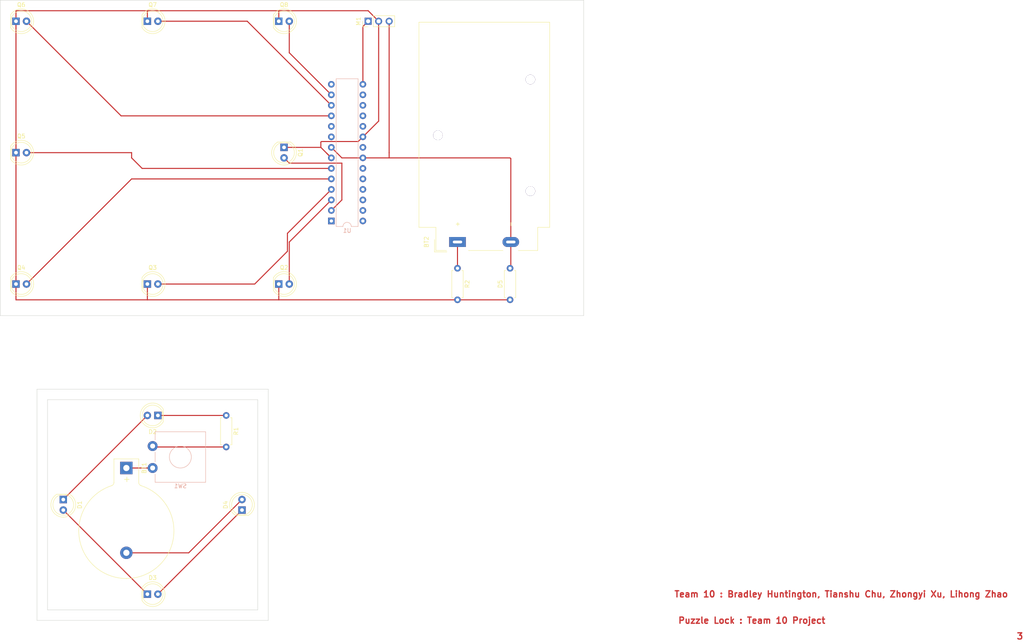
<source format=kicad_pcb>
(kicad_pcb (version 20171130) (host pcbnew "(5.1.10)-1")

  (general
    (thickness 1.6)
    (drawings 15)
    (tracks 69)
    (zones 0)
    (modules 20)
    (nets 35)
  )

  (page A4)
  (layers
    (0 F.Cu signal)
    (31 B.Cu signal)
    (32 B.Adhes user)
    (33 F.Adhes user)
    (34 B.Paste user)
    (35 F.Paste user)
    (36 B.SilkS user)
    (37 F.SilkS user)
    (38 B.Mask user)
    (39 F.Mask user)
    (40 Dwgs.User user)
    (41 Cmts.User user)
    (42 Eco1.User user)
    (43 Eco2.User user)
    (44 Edge.Cuts user)
    (45 Margin user)
    (46 B.CrtYd user)
    (47 F.CrtYd user)
    (48 B.Fab user)
    (49 F.Fab user)
  )

  (setup
    (last_trace_width 0.25)
    (trace_clearance 0.2)
    (zone_clearance 0.508)
    (zone_45_only no)
    (trace_min 0.2)
    (via_size 0.8)
    (via_drill 0.4)
    (via_min_size 0.4)
    (via_min_drill 0.3)
    (uvia_size 0.3)
    (uvia_drill 0.1)
    (uvias_allowed no)
    (uvia_min_size 0.2)
    (uvia_min_drill 0.1)
    (edge_width 0.1)
    (segment_width 0.2)
    (pcb_text_width 0.3)
    (pcb_text_size 1.5 1.5)
    (mod_edge_width 0.15)
    (mod_text_size 1 1)
    (mod_text_width 0.15)
    (pad_size 1.524 1.524)
    (pad_drill 0.762)
    (pad_to_mask_clearance 0)
    (aux_axis_origin 0 0)
    (visible_elements 7FFFFFFF)
    (pcbplotparams
      (layerselection 0x010fc_ffffffff)
      (usegerberextensions false)
      (usegerberattributes true)
      (usegerberadvancedattributes true)
      (creategerberjobfile true)
      (excludeedgelayer true)
      (linewidth 0.100000)
      (plotframeref false)
      (viasonmask false)
      (mode 1)
      (useauxorigin false)
      (hpglpennumber 1)
      (hpglpenspeed 20)
      (hpglpendiameter 15.000000)
      (psnegative false)
      (psa4output false)
      (plotreference true)
      (plotvalue true)
      (plotinvisibletext false)
      (padsonsilk false)
      (subtractmaskfromsilk false)
      (outputformat 1)
      (mirror false)
      (drillshape 1)
      (scaleselection 1)
      (outputdirectory ""))
  )

  (net 0 "")
  (net 1 "Net-(BT1-Pad1)")
  (net 2 "Net-(BT1-Pad2)")
  (net 3 "Net-(BT2-Pad2)")
  (net 4 "Net-(BT2-Pad1)")
  (net 5 "Net-(D1-Pad2)")
  (net 6 "Net-(D1-Pad1)")
  (net 7 "Net-(D2-Pad1)")
  (net 8 "Net-(D3-Pad2)")
  (net 9 "Net-(M1-Pad1)")
  (net 10 "Net-(Q1-Pad2)")
  (net 11 "Net-(Q2-Pad2)")
  (net 12 "Net-(Q3-Pad2)")
  (net 13 "Net-(Q4-Pad2)")
  (net 14 "Net-(Q5-Pad2)")
  (net 15 "Net-(Q6-Pad2)")
  (net 16 "Net-(Q7-Pad2)")
  (net 17 "Net-(Q8-Pad2)")
  (net 18 "Net-(U1-Pad28)")
  (net 19 "Net-(U1-Pad14)")
  (net 20 "Net-(U1-Pad27)")
  (net 21 "Net-(U1-Pad26)")
  (net 22 "Net-(U1-Pad25)")
  (net 23 "Net-(U1-Pad24)")
  (net 24 "Net-(U1-Pad10)")
  (net 25 "Net-(U1-Pad23)")
  (net 26 "Net-(U1-Pad9)")
  (net 27 "Net-(U1-Pad21)")
  (net 28 "Net-(U1-Pad19)")
  (net 29 "Net-(U1-Pad18)")
  (net 30 "Net-(U1-Pad17)")
  (net 31 "Net-(U1-Pad16)")
  (net 32 "Net-(U1-Pad1)")
  (net 33 "Net-(D5-Pad1)")
  (net 34 "Net-(R1-Pad2)")

  (net_class Default "This is the default net class."
    (clearance 0.2)
    (trace_width 0.25)
    (via_dia 0.8)
    (via_drill 0.4)
    (uvia_dia 0.3)
    (uvia_drill 0.1)
    (add_net "Net-(BT1-Pad1)")
    (add_net "Net-(BT1-Pad2)")
    (add_net "Net-(BT2-Pad1)")
    (add_net "Net-(BT2-Pad2)")
    (add_net "Net-(D1-Pad1)")
    (add_net "Net-(D1-Pad2)")
    (add_net "Net-(D2-Pad1)")
    (add_net "Net-(D3-Pad2)")
    (add_net "Net-(D5-Pad1)")
    (add_net "Net-(M1-Pad1)")
    (add_net "Net-(Q1-Pad2)")
    (add_net "Net-(Q2-Pad2)")
    (add_net "Net-(Q3-Pad2)")
    (add_net "Net-(Q4-Pad2)")
    (add_net "Net-(Q5-Pad2)")
    (add_net "Net-(Q6-Pad2)")
    (add_net "Net-(Q7-Pad2)")
    (add_net "Net-(Q8-Pad2)")
    (add_net "Net-(R1-Pad2)")
    (add_net "Net-(U1-Pad1)")
    (add_net "Net-(U1-Pad10)")
    (add_net "Net-(U1-Pad14)")
    (add_net "Net-(U1-Pad16)")
    (add_net "Net-(U1-Pad17)")
    (add_net "Net-(U1-Pad18)")
    (add_net "Net-(U1-Pad19)")
    (add_net "Net-(U1-Pad21)")
    (add_net "Net-(U1-Pad23)")
    (add_net "Net-(U1-Pad24)")
    (add_net "Net-(U1-Pad25)")
    (add_net "Net-(U1-Pad26)")
    (add_net "Net-(U1-Pad27)")
    (add_net "Net-(U1-Pad28)")
    (add_net "Net-(U1-Pad9)")
  )

  (module LED_THT:LED_D5.0mm (layer F.Cu) (tedit 5995936A) (tstamp 6188E8E9)
    (at 58.42 182.88)
    (descr "LED, diameter 5.0mm, 2 pins, http://cdn-reichelt.de/documents/datenblatt/A500/LL-504BC2E-009.pdf")
    (tags "LED diameter 5.0mm 2 pins")
    (path /61854C9E)
    (fp_text reference D3 (at 1.27 -3.96) (layer F.SilkS)
      (effects (font (size 1 1) (thickness 0.15)))
    )
    (fp_text value LED (at 1.27 3.96) (layer F.Fab)
      (effects (font (size 1 1) (thickness 0.15)))
    )
    (fp_circle (center 1.27 0) (end 3.77 0) (layer F.Fab) (width 0.1))
    (fp_circle (center 1.27 0) (end 3.77 0) (layer F.SilkS) (width 0.12))
    (fp_line (start -1.23 -1.469694) (end -1.23 1.469694) (layer F.Fab) (width 0.1))
    (fp_line (start -1.29 -1.545) (end -1.29 1.545) (layer F.SilkS) (width 0.12))
    (fp_line (start -1.95 -3.25) (end -1.95 3.25) (layer F.CrtYd) (width 0.05))
    (fp_line (start -1.95 3.25) (end 4.5 3.25) (layer F.CrtYd) (width 0.05))
    (fp_line (start 4.5 3.25) (end 4.5 -3.25) (layer F.CrtYd) (width 0.05))
    (fp_line (start 4.5 -3.25) (end -1.95 -3.25) (layer F.CrtYd) (width 0.05))
    (fp_text user %R (at 1.25 0) (layer F.Fab)
      (effects (font (size 0.8 0.8) (thickness 0.2)))
    )
    (fp_arc (start 1.27 0) (end -1.29 1.54483) (angle -148.9) (layer F.SilkS) (width 0.12))
    (fp_arc (start 1.27 0) (end -1.29 -1.54483) (angle 148.9) (layer F.SilkS) (width 0.12))
    (fp_arc (start 1.27 0) (end -1.23 -1.469694) (angle 299.1) (layer F.Fab) (width 0.1))
    (pad 2 thru_hole circle (at 2.54 0) (size 1.8 1.8) (drill 0.9) (layers *.Cu *.Mask)
      (net 8 "Net-(D3-Pad2)"))
    (pad 1 thru_hole rect (at 0 0) (size 1.8 1.8) (drill 0.9) (layers *.Cu *.Mask)
      (net 5 "Net-(D1-Pad2)"))
    (model ${KISYS3DMOD}/LED_THT.3dshapes/LED_D5.0mm.wrl
      (at (xyz 0 0 0))
      (scale (xyz 1 1 1))
      (rotate (xyz 0 0 0))
    )
  )

  (module Package_DIP:DIP-28_W7.62mm (layer B.Cu) (tedit 5A02E8C5) (tstamp 6188EA81)
    (at 102.87 92.71)
    (descr "28-lead though-hole mounted DIP package, row spacing 7.62 mm (300 mils)")
    (tags "THT DIP DIL PDIP 2.54mm 7.62mm 300mil")
    (path /617B7E10)
    (fp_text reference U1 (at 3.81 2.33) (layer B.SilkS)
      (effects (font (size 1 1) (thickness 0.15)) (justify mirror))
    )
    (fp_text value ATmega8L-8PU (at 3.81 -35.35) (layer B.Fab)
      (effects (font (size 1 1) (thickness 0.15)) (justify mirror))
    )
    (fp_line (start 1.635 1.27) (end 6.985 1.27) (layer B.Fab) (width 0.1))
    (fp_line (start 6.985 1.27) (end 6.985 -34.29) (layer B.Fab) (width 0.1))
    (fp_line (start 6.985 -34.29) (end 0.635 -34.29) (layer B.Fab) (width 0.1))
    (fp_line (start 0.635 -34.29) (end 0.635 0.27) (layer B.Fab) (width 0.1))
    (fp_line (start 0.635 0.27) (end 1.635 1.27) (layer B.Fab) (width 0.1))
    (fp_line (start 2.81 1.33) (end 1.16 1.33) (layer B.SilkS) (width 0.12))
    (fp_line (start 1.16 1.33) (end 1.16 -34.35) (layer B.SilkS) (width 0.12))
    (fp_line (start 1.16 -34.35) (end 6.46 -34.35) (layer B.SilkS) (width 0.12))
    (fp_line (start 6.46 -34.35) (end 6.46 1.33) (layer B.SilkS) (width 0.12))
    (fp_line (start 6.46 1.33) (end 4.81 1.33) (layer B.SilkS) (width 0.12))
    (fp_line (start -1.1 1.55) (end -1.1 -34.55) (layer B.CrtYd) (width 0.05))
    (fp_line (start -1.1 -34.55) (end 8.7 -34.55) (layer B.CrtYd) (width 0.05))
    (fp_line (start 8.7 -34.55) (end 8.7 1.55) (layer B.CrtYd) (width 0.05))
    (fp_line (start 8.7 1.55) (end -1.1 1.55) (layer B.CrtYd) (width 0.05))
    (fp_text user %R (at 3.81 -16.51) (layer B.Fab)
      (effects (font (size 1 1) (thickness 0.15)) (justify mirror))
    )
    (fp_arc (start 3.81 1.33) (end 2.81 1.33) (angle 180) (layer B.SilkS) (width 0.12))
    (pad 28 thru_hole oval (at 7.62 0) (size 1.6 1.6) (drill 0.8) (layers *.Cu *.Mask)
      (net 18 "Net-(U1-Pad28)"))
    (pad 14 thru_hole oval (at 0 -33.02) (size 1.6 1.6) (drill 0.8) (layers *.Cu *.Mask)
      (net 19 "Net-(U1-Pad14)"))
    (pad 27 thru_hole oval (at 7.62 -2.54) (size 1.6 1.6) (drill 0.8) (layers *.Cu *.Mask)
      (net 20 "Net-(U1-Pad27)"))
    (pad 13 thru_hole oval (at 0 -30.48) (size 1.6 1.6) (drill 0.8) (layers *.Cu *.Mask)
      (net 17 "Net-(Q8-Pad2)"))
    (pad 26 thru_hole oval (at 7.62 -5.08) (size 1.6 1.6) (drill 0.8) (layers *.Cu *.Mask)
      (net 21 "Net-(U1-Pad26)"))
    (pad 12 thru_hole oval (at 0 -27.94) (size 1.6 1.6) (drill 0.8) (layers *.Cu *.Mask)
      (net 16 "Net-(Q7-Pad2)"))
    (pad 25 thru_hole oval (at 7.62 -7.62) (size 1.6 1.6) (drill 0.8) (layers *.Cu *.Mask)
      (net 22 "Net-(U1-Pad25)"))
    (pad 11 thru_hole oval (at 0 -25.4) (size 1.6 1.6) (drill 0.8) (layers *.Cu *.Mask)
      (net 15 "Net-(Q6-Pad2)"))
    (pad 24 thru_hole oval (at 7.62 -10.16) (size 1.6 1.6) (drill 0.8) (layers *.Cu *.Mask)
      (net 23 "Net-(U1-Pad24)"))
    (pad 10 thru_hole oval (at 0 -22.86) (size 1.6 1.6) (drill 0.8) (layers *.Cu *.Mask)
      (net 24 "Net-(U1-Pad10)"))
    (pad 23 thru_hole oval (at 7.62 -12.7) (size 1.6 1.6) (drill 0.8) (layers *.Cu *.Mask)
      (net 25 "Net-(U1-Pad23)"))
    (pad 9 thru_hole oval (at 0 -20.32) (size 1.6 1.6) (drill 0.8) (layers *.Cu *.Mask)
      (net 26 "Net-(U1-Pad9)"))
    (pad 22 thru_hole oval (at 7.62 -15.24) (size 1.6 1.6) (drill 0.8) (layers *.Cu *.Mask)
      (net 3 "Net-(BT2-Pad2)"))
    (pad 8 thru_hole oval (at 0 -17.78) (size 1.6 1.6) (drill 0.8) (layers *.Cu *.Mask)
      (net 3 "Net-(BT2-Pad2)"))
    (pad 21 thru_hole oval (at 7.62 -17.78) (size 1.6 1.6) (drill 0.8) (layers *.Cu *.Mask)
      (net 27 "Net-(U1-Pad21)"))
    (pad 7 thru_hole oval (at 0 -15.24) (size 1.6 1.6) (drill 0.8) (layers *.Cu *.Mask)
      (net 33 "Net-(D5-Pad1)"))
    (pad 20 thru_hole oval (at 7.62 -20.32) (size 1.6 1.6) (drill 0.8) (layers *.Cu *.Mask)
      (net 33 "Net-(D5-Pad1)"))
    (pad 6 thru_hole oval (at 0 -12.7) (size 1.6 1.6) (drill 0.8) (layers *.Cu *.Mask)
      (net 14 "Net-(Q5-Pad2)"))
    (pad 19 thru_hole oval (at 7.62 -22.86) (size 1.6 1.6) (drill 0.8) (layers *.Cu *.Mask)
      (net 28 "Net-(U1-Pad19)"))
    (pad 5 thru_hole oval (at 0 -10.16) (size 1.6 1.6) (drill 0.8) (layers *.Cu *.Mask)
      (net 13 "Net-(Q4-Pad2)"))
    (pad 18 thru_hole oval (at 7.62 -25.4) (size 1.6 1.6) (drill 0.8) (layers *.Cu *.Mask)
      (net 29 "Net-(U1-Pad18)"))
    (pad 4 thru_hole oval (at 0 -7.62) (size 1.6 1.6) (drill 0.8) (layers *.Cu *.Mask)
      (net 12 "Net-(Q3-Pad2)"))
    (pad 17 thru_hole oval (at 7.62 -27.94) (size 1.6 1.6) (drill 0.8) (layers *.Cu *.Mask)
      (net 30 "Net-(U1-Pad17)"))
    (pad 3 thru_hole oval (at 0 -5.08) (size 1.6 1.6) (drill 0.8) (layers *.Cu *.Mask)
      (net 11 "Net-(Q2-Pad2)"))
    (pad 16 thru_hole oval (at 7.62 -30.48) (size 1.6 1.6) (drill 0.8) (layers *.Cu *.Mask)
      (net 31 "Net-(U1-Pad16)"))
    (pad 2 thru_hole oval (at 0 -2.54) (size 1.6 1.6) (drill 0.8) (layers *.Cu *.Mask)
      (net 10 "Net-(Q1-Pad2)"))
    (pad 15 thru_hole oval (at 7.62 -33.02) (size 1.6 1.6) (drill 0.8) (layers *.Cu *.Mask)
      (net 9 "Net-(M1-Pad1)"))
    (pad 1 thru_hole rect (at 0 0) (size 1.6 1.6) (drill 0.8) (layers *.Cu *.Mask)
      (net 32 "Net-(U1-Pad1)"))
    (model ${KISYS3DMOD}/Package_DIP.3dshapes/DIP-28_W7.62mm.wrl
      (at (xyz 0 0 0))
      (scale (xyz 1 1 1))
      (rotate (xyz 0 0 0))
    )
  )

  (module Battery:BatteryHolder_MPD_BA9VPC_1xPP3 (layer F.Cu) (tedit 5E3B46E0) (tstamp 6188E553)
    (at 133.35 97.79 90)
    (descr "1xPP3 (9V) battery holder, Memory Protection Devices P/N BA9VPC, http://www.memoryprotectiondevices.com/datasheets/BA9VPC-datasheet.pdf")
    (tags "PP3 Battery Holder BA9VPC 9V")
    (path /617B60B3)
    (fp_text reference BT2 (at 0 -7.5 90) (layer F.SilkS)
      (effects (font (size 1 1) (thickness 0.15)))
    )
    (fp_text value 9 (at 25.75 23.6 90) (layer F.Fab)
      (effects (font (size 1 1) (thickness 0.15)))
    )
    (fp_line (start 53.49 22.67) (end 53.49 -9.7) (layer F.CrtYd) (width 0.05))
    (fp_line (start -2.45 -9.7) (end -2.45 22.67) (layer F.CrtYd) (width 0.05))
    (fp_line (start -2.45 22.67) (end 53.49 22.67) (layer F.CrtYd) (width 0.05))
    (fp_line (start -2.45 -9.7) (end 53.49 -9.7) (layer F.CrtYd) (width 0.05))
    (fp_line (start 3.65 22.17) (end 3.65 19.27) (layer F.Fab) (width 0.1))
    (fp_line (start 3.65 19.27) (end -1.95 19.27) (layer F.Fab) (width 0.1))
    (fp_line (start 3.65 -5.1) (end 3.65 -9.2) (layer F.Fab) (width 0.1))
    (fp_line (start 3.65 -5.1) (end -1.95 -5.1) (layer F.Fab) (width 0.1))
    (fp_line (start 3.65 -9.2) (end 52.99 -9.2) (layer F.Fab) (width 0.1))
    (fp_line (start 3.65 22.17) (end 52.99 22.17) (layer F.Fab) (width 0.1))
    (fp_line (start 52.99 22.17) (end 52.99 -9.2) (layer F.Fab) (width 0.1))
    (fp_line (start -1.95 19.27) (end -1.95 -5.1) (layer F.Fab) (width 0.1))
    (fp_line (start 53.1 22.28) (end 53.1 -9.31) (layer F.SilkS) (width 0.12))
    (fp_line (start 53.1 22.28) (end 3.54 22.28) (layer F.SilkS) (width 0.12))
    (fp_line (start 3.54 22.28) (end 3.54 19.38) (layer F.SilkS) (width 0.12))
    (fp_line (start 3.54 19.38) (end -2.06 19.38) (layer F.SilkS) (width 0.12))
    (fp_line (start 53.1 -9.31) (end 3.54 -9.31) (layer F.SilkS) (width 0.12))
    (fp_line (start 3.54 -9.31) (end 3.54 -5.21) (layer F.SilkS) (width 0.12))
    (fp_line (start 3.54 -5.21) (end -2.06 -5.21) (layer F.SilkS) (width 0.12))
    (fp_line (start -2.06 -5.21) (end -2.06 -2.65) (layer F.SilkS) (width 0.12))
    (fp_line (start -2.06 2.65) (end -2.06 11) (layer F.SilkS) (width 0.12))
    (fp_line (start -2.06 19.38) (end -2.06 14.7) (layer F.SilkS) (width 0.12))
    (fp_line (start -2.4 -5.55) (end -2.4 -2.55) (layer F.SilkS) (width 0.12))
    (fp_line (start -2.4 -5.55) (end 0.6 -5.55) (layer F.SilkS) (width 0.12))
    (fp_line (start -1.5 0) (end -1.95 -0.45) (layer F.Fab) (width 0.1))
    (fp_line (start -1.95 0.45) (end -1.5 0) (layer F.Fab) (width 0.1))
    (fp_text user + (at 3.6 0 90) (layer F.SilkS)
      (effects (font (size 1 1) (thickness 0.15)) (justify left))
    )
    (fp_text user - (at 3.6 12.88 90) (layer F.SilkS)
      (effects (font (size 1 1) (thickness 0.15)) (justify left))
    )
    (fp_text user %R (at 25.75 6.5 90) (layer F.Fab)
      (effects (font (size 1 1) (thickness 0.15)))
    )
    (pad "" np_thru_hole circle (at 39.26 17.62 90) (size 2.3 2.3) (drill 2.29) (layers *.Cu *.Mask))
    (pad "" np_thru_hole circle (at 12.29 17.62 90) (size 2.3 2.3) (drill 2.29) (layers *.Cu *.Mask))
    (pad "" np_thru_hole circle (at 25.78 -4.73 90) (size 2.3 2.3) (drill 2.29) (layers *.Cu *.Mask))
    (pad 2 thru_hole oval (at 0 12.88 90) (size 2.41 4.02) (drill oval 0.66 2.27) (layers *.Cu *.Mask)
      (net 3 "Net-(BT2-Pad2)"))
    (pad 1 thru_hole rect (at 0 0 90) (size 2.41 4.02) (drill oval 0.66 2.27) (layers *.Cu *.Mask)
      (net 4 "Net-(BT2-Pad1)"))
    (model ${KISYS3DMOD}/Battery.3dshapes/BatteryHolder_MPD_BA9VPC_1xPP3.wrl
      (at (xyz 0 0 0))
      (scale (xyz 1 1 1))
      (rotate (xyz 0 0 0))
    )
  )

  (module Resistor_THT:R_Axial_DIN0207_L6.3mm_D2.5mm_P7.62mm_Horizontal (layer F.Cu) (tedit 5AE5139B) (tstamp 618AFAD7)
    (at 133.35 104.14 270)
    (descr "Resistor, Axial_DIN0207 series, Axial, Horizontal, pin pitch=7.62mm, 0.25W = 1/4W, length*diameter=6.3*2.5mm^2, http://cdn-reichelt.de/documents/datenblatt/B400/1_4W%23YAG.pdf")
    (tags "Resistor Axial_DIN0207 series Axial Horizontal pin pitch 7.62mm 0.25W = 1/4W length 6.3mm diameter 2.5mm")
    (path /618C6BD1)
    (fp_text reference R2 (at 3.81 -2.37 90) (layer F.SilkS)
      (effects (font (size 1 1) (thickness 0.15)))
    )
    (fp_text value 1K (at 3.81 2.37 90) (layer F.Fab)
      (effects (font (size 1 1) (thickness 0.15)))
    )
    (fp_text user %R (at 3.81 0 90) (layer F.Fab)
      (effects (font (size 1 1) (thickness 0.15)))
    )
    (fp_line (start 0.66 -1.25) (end 0.66 1.25) (layer F.Fab) (width 0.1))
    (fp_line (start 0.66 1.25) (end 6.96 1.25) (layer F.Fab) (width 0.1))
    (fp_line (start 6.96 1.25) (end 6.96 -1.25) (layer F.Fab) (width 0.1))
    (fp_line (start 6.96 -1.25) (end 0.66 -1.25) (layer F.Fab) (width 0.1))
    (fp_line (start 0 0) (end 0.66 0) (layer F.Fab) (width 0.1))
    (fp_line (start 7.62 0) (end 6.96 0) (layer F.Fab) (width 0.1))
    (fp_line (start 0.54 -1.04) (end 0.54 -1.37) (layer F.SilkS) (width 0.12))
    (fp_line (start 0.54 -1.37) (end 7.08 -1.37) (layer F.SilkS) (width 0.12))
    (fp_line (start 7.08 -1.37) (end 7.08 -1.04) (layer F.SilkS) (width 0.12))
    (fp_line (start 0.54 1.04) (end 0.54 1.37) (layer F.SilkS) (width 0.12))
    (fp_line (start 0.54 1.37) (end 7.08 1.37) (layer F.SilkS) (width 0.12))
    (fp_line (start 7.08 1.37) (end 7.08 1.04) (layer F.SilkS) (width 0.12))
    (fp_line (start -1.05 -1.5) (end -1.05 1.5) (layer F.CrtYd) (width 0.05))
    (fp_line (start -1.05 1.5) (end 8.67 1.5) (layer F.CrtYd) (width 0.05))
    (fp_line (start 8.67 1.5) (end 8.67 -1.5) (layer F.CrtYd) (width 0.05))
    (fp_line (start 8.67 -1.5) (end -1.05 -1.5) (layer F.CrtYd) (width 0.05))
    (pad 2 thru_hole oval (at 7.62 0 270) (size 1.6 1.6) (drill 0.8) (layers *.Cu *.Mask)
      (net 33 "Net-(D5-Pad1)"))
    (pad 1 thru_hole circle (at 0 0 270) (size 1.6 1.6) (drill 0.8) (layers *.Cu *.Mask)
      (net 4 "Net-(BT2-Pad1)"))
    (model ${KISYS3DMOD}/Resistor_THT.3dshapes/R_Axial_DIN0207_L6.3mm_D2.5mm_P7.62mm_Horizontal.wrl
      (at (xyz 0 0 0))
      (scale (xyz 1 1 1))
      (rotate (xyz 0 0 0))
    )
  )

  (module Resistor_THT:R_Axial_DIN0207_L6.3mm_D2.5mm_P7.62mm_Horizontal (layer F.Cu) (tedit 5AE5139B) (tstamp 618AF96E)
    (at 146.05 111.76 90)
    (descr "Resistor, Axial_DIN0207 series, Axial, Horizontal, pin pitch=7.62mm, 0.25W = 1/4W, length*diameter=6.3*2.5mm^2, http://cdn-reichelt.de/documents/datenblatt/B400/1_4W%23YAG.pdf")
    (tags "Resistor Axial_DIN0207 series Axial Horizontal pin pitch 7.62mm 0.25W = 1/4W length 6.3mm diameter 2.5mm")
    (path /618C8083)
    (fp_text reference D5 (at 3.81 -2.37 90) (layer F.SilkS)
      (effects (font (size 1 1) (thickness 0.15)))
    )
    (fp_text value 5.1V (at 3.81 2.37 90) (layer F.Fab)
      (effects (font (size 1 1) (thickness 0.15)))
    )
    (fp_text user %R (at 3.81 0 90) (layer F.Fab)
      (effects (font (size 1 1) (thickness 0.15)))
    )
    (fp_line (start 0.66 -1.25) (end 0.66 1.25) (layer F.Fab) (width 0.1))
    (fp_line (start 0.66 1.25) (end 6.96 1.25) (layer F.Fab) (width 0.1))
    (fp_line (start 6.96 1.25) (end 6.96 -1.25) (layer F.Fab) (width 0.1))
    (fp_line (start 6.96 -1.25) (end 0.66 -1.25) (layer F.Fab) (width 0.1))
    (fp_line (start 0 0) (end 0.66 0) (layer F.Fab) (width 0.1))
    (fp_line (start 7.62 0) (end 6.96 0) (layer F.Fab) (width 0.1))
    (fp_line (start 0.54 -1.04) (end 0.54 -1.37) (layer F.SilkS) (width 0.12))
    (fp_line (start 0.54 -1.37) (end 7.08 -1.37) (layer F.SilkS) (width 0.12))
    (fp_line (start 7.08 -1.37) (end 7.08 -1.04) (layer F.SilkS) (width 0.12))
    (fp_line (start 0.54 1.04) (end 0.54 1.37) (layer F.SilkS) (width 0.12))
    (fp_line (start 0.54 1.37) (end 7.08 1.37) (layer F.SilkS) (width 0.12))
    (fp_line (start 7.08 1.37) (end 7.08 1.04) (layer F.SilkS) (width 0.12))
    (fp_line (start -1.05 -1.5) (end -1.05 1.5) (layer F.CrtYd) (width 0.05))
    (fp_line (start -1.05 1.5) (end 8.67 1.5) (layer F.CrtYd) (width 0.05))
    (fp_line (start 8.67 1.5) (end 8.67 -1.5) (layer F.CrtYd) (width 0.05))
    (fp_line (start 8.67 -1.5) (end -1.05 -1.5) (layer F.CrtYd) (width 0.05))
    (pad 2 thru_hole oval (at 7.62 0 90) (size 1.6 1.6) (drill 0.8) (layers *.Cu *.Mask)
      (net 3 "Net-(BT2-Pad2)"))
    (pad 1 thru_hole circle (at 0 0 90) (size 1.6 1.6) (drill 0.8) (layers *.Cu *.Mask)
      (net 33 "Net-(D5-Pad1)"))
    (model ${KISYS3DMOD}/Resistor_THT.3dshapes/R_Axial_DIN0207_L6.3mm_D2.5mm_P7.62mm_Horizontal.wrl
      (at (xyz 0 0 0))
      (scale (xyz 1 1 1))
      (rotate (xyz 0 0 0))
    )
  )

  (module Resistor_THT:R_Axial_DIN0207_L6.3mm_D2.5mm_P7.62mm_Horizontal (layer F.Cu) (tedit 5AE5139B) (tstamp 6188EA3B)
    (at 77.47 139.7 270)
    (descr "Resistor, Axial_DIN0207 series, Axial, Horizontal, pin pitch=7.62mm, 0.25W = 1/4W, length*diameter=6.3*2.5mm^2, http://cdn-reichelt.de/documents/datenblatt/B400/1_4W%23YAG.pdf")
    (tags "Resistor Axial_DIN0207 series Axial Horizontal pin pitch 7.62mm 0.25W = 1/4W length 6.3mm diameter 2.5mm")
    (path /6179F82A)
    (fp_text reference R1 (at 3.81 -2.37 90) (layer F.SilkS)
      (effects (font (size 1 1) (thickness 0.15)))
    )
    (fp_text value 100 (at 3.81 2.37 90) (layer F.Fab)
      (effects (font (size 1 1) (thickness 0.15)))
    )
    (fp_line (start 8.67 -1.5) (end -1.05 -1.5) (layer F.CrtYd) (width 0.05))
    (fp_line (start 8.67 1.5) (end 8.67 -1.5) (layer F.CrtYd) (width 0.05))
    (fp_line (start -1.05 1.5) (end 8.67 1.5) (layer F.CrtYd) (width 0.05))
    (fp_line (start -1.05 -1.5) (end -1.05 1.5) (layer F.CrtYd) (width 0.05))
    (fp_line (start 7.08 1.37) (end 7.08 1.04) (layer F.SilkS) (width 0.12))
    (fp_line (start 0.54 1.37) (end 7.08 1.37) (layer F.SilkS) (width 0.12))
    (fp_line (start 0.54 1.04) (end 0.54 1.37) (layer F.SilkS) (width 0.12))
    (fp_line (start 7.08 -1.37) (end 7.08 -1.04) (layer F.SilkS) (width 0.12))
    (fp_line (start 0.54 -1.37) (end 7.08 -1.37) (layer F.SilkS) (width 0.12))
    (fp_line (start 0.54 -1.04) (end 0.54 -1.37) (layer F.SilkS) (width 0.12))
    (fp_line (start 7.62 0) (end 6.96 0) (layer F.Fab) (width 0.1))
    (fp_line (start 0 0) (end 0.66 0) (layer F.Fab) (width 0.1))
    (fp_line (start 6.96 -1.25) (end 0.66 -1.25) (layer F.Fab) (width 0.1))
    (fp_line (start 6.96 1.25) (end 6.96 -1.25) (layer F.Fab) (width 0.1))
    (fp_line (start 0.66 1.25) (end 6.96 1.25) (layer F.Fab) (width 0.1))
    (fp_line (start 0.66 -1.25) (end 0.66 1.25) (layer F.Fab) (width 0.1))
    (fp_text user %R (at 3.81 0 90) (layer F.Fab)
      (effects (font (size 1 1) (thickness 0.15)))
    )
    (pad 2 thru_hole oval (at 7.62 0 270) (size 1.6 1.6) (drill 0.8) (layers *.Cu *.Mask)
      (net 34 "Net-(R1-Pad2)"))
    (pad 1 thru_hole circle (at 0 0 270) (size 1.6 1.6) (drill 0.8) (layers *.Cu *.Mask)
      (net 7 "Net-(D2-Pad1)"))
    (model ${KISYS3DMOD}/Resistor_THT.3dshapes/R_Axial_DIN0207_L6.3mm_D2.5mm_P7.62mm_Horizontal.wrl
      (at (xyz 0 0 0))
      (scale (xyz 1 1 1))
      (rotate (xyz 0 0 0))
    )
  )

  (module Button_Switch_THT:SW_CW_GPTS203211B (layer B.Cu) (tedit 5AC7C0C9) (tstamp 618AFE9F)
    (at 59.69 152.4)
    (descr "SPST Off-On Pushbutton, 1A, 30V, CW Industries P/N GPTS203211B, http://switches-connectors-custom.cwind.com/Asset/GPTS203211BR2.pdf")
    (tags "SPST button switch Off-On")
    (path /617A53FB)
    (fp_text reference SW1 (at 6.7 4.35) (layer B.SilkS)
      (effects (font (size 1 1) (thickness 0.15)) (justify mirror))
    )
    (fp_text value _ (at 6.7 -9.65) (layer B.Fab)
      (effects (font (size 1 1) (thickness 0.15)) (justify mirror))
    )
    (fp_circle (center 6.7 -2.65) (end 9.35 -2.65) (layer B.SilkS) (width 0.12))
    (fp_line (start 0.7 3.35) (end 0.7 -8.65) (layer B.Fab) (width 0.1))
    (fp_line (start 0.7 -8.65) (end 12.7 -8.65) (layer B.Fab) (width 0.1))
    (fp_line (start 12.7 -8.65) (end 12.7 3.35) (layer B.Fab) (width 0.1))
    (fp_line (start 12.7 3.35) (end 0.7 3.35) (layer B.Fab) (width 0.1))
    (fp_line (start 0.6 1.46) (end 0.6 3.45) (layer B.SilkS) (width 0.12))
    (fp_line (start 0.6 3.45) (end 12.8 3.45) (layer B.SilkS) (width 0.12))
    (fp_line (start 12.8 3.45) (end 12.8 -8.75) (layer B.SilkS) (width 0.12))
    (fp_line (start 12.8 -8.75) (end 0.6 -8.75) (layer B.SilkS) (width 0.12))
    (fp_line (start 0.6 -8.75) (end 0.6 -6.76) (layer B.SilkS) (width 0.12))
    (fp_line (start 0.6 -1.46) (end 0.6 -3.84) (layer B.SilkS) (width 0.12))
    (fp_line (start -1.45 3.6) (end -1.45 -8.9) (layer B.CrtYd) (width 0.05))
    (fp_line (start -1.45 -8.9) (end 12.95 -8.9) (layer B.CrtYd) (width 0.05))
    (fp_line (start 12.95 -8.9) (end 12.95 3.6) (layer B.CrtYd) (width 0.05))
    (fp_line (start 12.95 3.6) (end -1.45 3.6) (layer B.CrtYd) (width 0.05))
    (fp_text user %R (at 6.7 -2.65) (layer B.Fab)
      (effects (font (size 1 1) (thickness 0.15)) (justify mirror))
    )
    (pad 2 thru_hole circle (at 0 -5.3) (size 2.4 2.4) (drill 1.2) (layers *.Cu *.Mask)
      (net 34 "Net-(R1-Pad2)"))
    (pad 1 thru_hole circle (at 0 0) (size 2.4 2.4) (drill 1.2) (layers *.Cu *.Mask)
      (net 1 "Net-(BT1-Pad1)"))
    (model ${KISYS3DMOD}/Button_Switch_THT.3dshapes/SW_CW_GPTS203211B.wrl
      (at (xyz 0 0 0))
      (scale (xyz 1 1 1))
      (rotate (xyz 0 0 0))
    )
  )

  (module LED_THT:LED_D5.0mm (layer F.Cu) (tedit 5995936A) (tstamp 6188E9A2)
    (at 90.17 44.45)
    (descr "LED, diameter 5.0mm, 2 pins, http://cdn-reichelt.de/documents/datenblatt/A500/LL-504BC2E-009.pdf")
    (tags "LED diameter 5.0mm 2 pins")
    (path /617B45AC)
    (fp_text reference Q8 (at 1.27 -3.96) (layer F.SilkS)
      (effects (font (size 1 1) (thickness 0.15)))
    )
    (fp_text value Q_Photo_NPN (at 1.27 3.96) (layer F.Fab)
      (effects (font (size 1 1) (thickness 0.15)))
    )
    (fp_circle (center 1.27 0) (end 3.77 0) (layer F.Fab) (width 0.1))
    (fp_circle (center 1.27 0) (end 3.77 0) (layer F.SilkS) (width 0.12))
    (fp_line (start -1.23 -1.469694) (end -1.23 1.469694) (layer F.Fab) (width 0.1))
    (fp_line (start -1.29 -1.545) (end -1.29 1.545) (layer F.SilkS) (width 0.12))
    (fp_line (start -1.95 -3.25) (end -1.95 3.25) (layer F.CrtYd) (width 0.05))
    (fp_line (start -1.95 3.25) (end 4.5 3.25) (layer F.CrtYd) (width 0.05))
    (fp_line (start 4.5 3.25) (end 4.5 -3.25) (layer F.CrtYd) (width 0.05))
    (fp_line (start 4.5 -3.25) (end -1.95 -3.25) (layer F.CrtYd) (width 0.05))
    (fp_text user %R (at 1.25 0) (layer F.Fab)
      (effects (font (size 0.8 0.8) (thickness 0.2)))
    )
    (fp_arc (start 1.27 0) (end -1.29 1.54483) (angle -148.9) (layer F.SilkS) (width 0.12))
    (fp_arc (start 1.27 0) (end -1.29 -1.54483) (angle 148.9) (layer F.SilkS) (width 0.12))
    (fp_arc (start 1.27 0) (end -1.23 -1.469694) (angle 299.1) (layer F.Fab) (width 0.1))
    (pad 2 thru_hole circle (at 2.54 0) (size 1.8 1.8) (drill 0.9) (layers *.Cu *.Mask)
      (net 17 "Net-(Q8-Pad2)"))
    (pad 1 thru_hole rect (at 0 0) (size 1.8 1.8) (drill 0.9) (layers *.Cu *.Mask)
      (net 33 "Net-(D5-Pad1)"))
    (model ${KISYS3DMOD}/LED_THT.3dshapes/LED_D5.0mm.wrl
      (at (xyz 0 0 0))
      (scale (xyz 1 1 1))
      (rotate (xyz 0 0 0))
    )
  )

  (module LED_THT:LED_D5.0mm (layer F.Cu) (tedit 5995936A) (tstamp 6188E990)
    (at 58.42 44.45)
    (descr "LED, diameter 5.0mm, 2 pins, http://cdn-reichelt.de/documents/datenblatt/A500/LL-504BC2E-009.pdf")
    (tags "LED diameter 5.0mm 2 pins")
    (path /617AF508)
    (fp_text reference Q7 (at 1.27 -3.96) (layer F.SilkS)
      (effects (font (size 1 1) (thickness 0.15)))
    )
    (fp_text value Q_Photo_NPN (at 1.27 3.96) (layer F.Fab)
      (effects (font (size 1 1) (thickness 0.15)))
    )
    (fp_circle (center 1.27 0) (end 3.77 0) (layer F.Fab) (width 0.1))
    (fp_circle (center 1.27 0) (end 3.77 0) (layer F.SilkS) (width 0.12))
    (fp_line (start -1.23 -1.469694) (end -1.23 1.469694) (layer F.Fab) (width 0.1))
    (fp_line (start -1.29 -1.545) (end -1.29 1.545) (layer F.SilkS) (width 0.12))
    (fp_line (start -1.95 -3.25) (end -1.95 3.25) (layer F.CrtYd) (width 0.05))
    (fp_line (start -1.95 3.25) (end 4.5 3.25) (layer F.CrtYd) (width 0.05))
    (fp_line (start 4.5 3.25) (end 4.5 -3.25) (layer F.CrtYd) (width 0.05))
    (fp_line (start 4.5 -3.25) (end -1.95 -3.25) (layer F.CrtYd) (width 0.05))
    (fp_text user %R (at 1.25 0) (layer F.Fab)
      (effects (font (size 0.8 0.8) (thickness 0.2)))
    )
    (fp_arc (start 1.27 0) (end -1.29 1.54483) (angle -148.9) (layer F.SilkS) (width 0.12))
    (fp_arc (start 1.27 0) (end -1.29 -1.54483) (angle 148.9) (layer F.SilkS) (width 0.12))
    (fp_arc (start 1.27 0) (end -1.23 -1.469694) (angle 299.1) (layer F.Fab) (width 0.1))
    (pad 2 thru_hole circle (at 2.54 0) (size 1.8 1.8) (drill 0.9) (layers *.Cu *.Mask)
      (net 16 "Net-(Q7-Pad2)"))
    (pad 1 thru_hole rect (at 0 0) (size 1.8 1.8) (drill 0.9) (layers *.Cu *.Mask)
      (net 33 "Net-(D5-Pad1)"))
    (model ${KISYS3DMOD}/LED_THT.3dshapes/LED_D5.0mm.wrl
      (at (xyz 0 0 0))
      (scale (xyz 1 1 1))
      (rotate (xyz 0 0 0))
    )
  )

  (module LED_THT:LED_D5.0mm (layer F.Cu) (tedit 5995936A) (tstamp 6188E97E)
    (at 26.67 44.45)
    (descr "LED, diameter 5.0mm, 2 pins, http://cdn-reichelt.de/documents/datenblatt/A500/LL-504BC2E-009.pdf")
    (tags "LED diameter 5.0mm 2 pins")
    (path /617B2834)
    (fp_text reference Q6 (at 1.27 -3.96) (layer F.SilkS)
      (effects (font (size 1 1) (thickness 0.15)))
    )
    (fp_text value Q_Photo_NPN (at 1.27 3.96) (layer F.Fab)
      (effects (font (size 1 1) (thickness 0.15)))
    )
    (fp_circle (center 1.27 0) (end 3.77 0) (layer F.Fab) (width 0.1))
    (fp_circle (center 1.27 0) (end 3.77 0) (layer F.SilkS) (width 0.12))
    (fp_line (start -1.23 -1.469694) (end -1.23 1.469694) (layer F.Fab) (width 0.1))
    (fp_line (start -1.29 -1.545) (end -1.29 1.545) (layer F.SilkS) (width 0.12))
    (fp_line (start -1.95 -3.25) (end -1.95 3.25) (layer F.CrtYd) (width 0.05))
    (fp_line (start -1.95 3.25) (end 4.5 3.25) (layer F.CrtYd) (width 0.05))
    (fp_line (start 4.5 3.25) (end 4.5 -3.25) (layer F.CrtYd) (width 0.05))
    (fp_line (start 4.5 -3.25) (end -1.95 -3.25) (layer F.CrtYd) (width 0.05))
    (fp_text user %R (at 1.25 0) (layer F.Fab)
      (effects (font (size 0.8 0.8) (thickness 0.2)))
    )
    (fp_arc (start 1.27 0) (end -1.29 1.54483) (angle -148.9) (layer F.SilkS) (width 0.12))
    (fp_arc (start 1.27 0) (end -1.29 -1.54483) (angle 148.9) (layer F.SilkS) (width 0.12))
    (fp_arc (start 1.27 0) (end -1.23 -1.469694) (angle 299.1) (layer F.Fab) (width 0.1))
    (pad 2 thru_hole circle (at 2.54 0) (size 1.8 1.8) (drill 0.9) (layers *.Cu *.Mask)
      (net 15 "Net-(Q6-Pad2)"))
    (pad 1 thru_hole rect (at 0 0) (size 1.8 1.8) (drill 0.9) (layers *.Cu *.Mask)
      (net 33 "Net-(D5-Pad1)"))
    (model ${KISYS3DMOD}/LED_THT.3dshapes/LED_D5.0mm.wrl
      (at (xyz 0 0 0))
      (scale (xyz 1 1 1))
      (rotate (xyz 0 0 0))
    )
  )

  (module LED_THT:LED_D5.0mm (layer F.Cu) (tedit 5995936A) (tstamp 6188E96C)
    (at 26.67 76.2)
    (descr "LED, diameter 5.0mm, 2 pins, http://cdn-reichelt.de/documents/datenblatt/A500/LL-504BC2E-009.pdf")
    (tags "LED diameter 5.0mm 2 pins")
    (path /618C99FD)
    (fp_text reference Q5 (at 1.27 -3.96) (layer F.SilkS)
      (effects (font (size 1 1) (thickness 0.15)))
    )
    (fp_text value Q_Photo_NPN (at 1.27 3.96) (layer F.Fab)
      (effects (font (size 1 1) (thickness 0.15)))
    )
    (fp_circle (center 1.27 0) (end 3.77 0) (layer F.Fab) (width 0.1))
    (fp_circle (center 1.27 0) (end 3.77 0) (layer F.SilkS) (width 0.12))
    (fp_line (start -1.23 -1.469694) (end -1.23 1.469694) (layer F.Fab) (width 0.1))
    (fp_line (start -1.29 -1.545) (end -1.29 1.545) (layer F.SilkS) (width 0.12))
    (fp_line (start -1.95 -3.25) (end -1.95 3.25) (layer F.CrtYd) (width 0.05))
    (fp_line (start -1.95 3.25) (end 4.5 3.25) (layer F.CrtYd) (width 0.05))
    (fp_line (start 4.5 3.25) (end 4.5 -3.25) (layer F.CrtYd) (width 0.05))
    (fp_line (start 4.5 -3.25) (end -1.95 -3.25) (layer F.CrtYd) (width 0.05))
    (fp_text user %R (at 1.25 0) (layer F.Fab)
      (effects (font (size 0.8 0.8) (thickness 0.2)))
    )
    (fp_arc (start 1.27 0) (end -1.29 1.54483) (angle -148.9) (layer F.SilkS) (width 0.12))
    (fp_arc (start 1.27 0) (end -1.29 -1.54483) (angle 148.9) (layer F.SilkS) (width 0.12))
    (fp_arc (start 1.27 0) (end -1.23 -1.469694) (angle 299.1) (layer F.Fab) (width 0.1))
    (pad 2 thru_hole circle (at 2.54 0) (size 1.8 1.8) (drill 0.9) (layers *.Cu *.Mask)
      (net 14 "Net-(Q5-Pad2)"))
    (pad 1 thru_hole rect (at 0 0) (size 1.8 1.8) (drill 0.9) (layers *.Cu *.Mask)
      (net 33 "Net-(D5-Pad1)"))
    (model ${KISYS3DMOD}/LED_THT.3dshapes/LED_D5.0mm.wrl
      (at (xyz 0 0 0))
      (scale (xyz 1 1 1))
      (rotate (xyz 0 0 0))
    )
  )

  (module LED_THT:LED_D5.0mm (layer F.Cu) (tedit 5995936A) (tstamp 6188E95A)
    (at 26.67 107.95)
    (descr "LED, diameter 5.0mm, 2 pins, http://cdn-reichelt.de/documents/datenblatt/A500/LL-504BC2E-009.pdf")
    (tags "LED diameter 5.0mm 2 pins")
    (path /618CFEC6)
    (fp_text reference Q4 (at 1.27 -3.96) (layer F.SilkS)
      (effects (font (size 1 1) (thickness 0.15)))
    )
    (fp_text value Q_Photo_NPN (at 1.27 3.96) (layer F.Fab)
      (effects (font (size 1 1) (thickness 0.15)))
    )
    (fp_circle (center 1.27 0) (end 3.77 0) (layer F.Fab) (width 0.1))
    (fp_circle (center 1.27 0) (end 3.77 0) (layer F.SilkS) (width 0.12))
    (fp_line (start -1.23 -1.469694) (end -1.23 1.469694) (layer F.Fab) (width 0.1))
    (fp_line (start -1.29 -1.545) (end -1.29 1.545) (layer F.SilkS) (width 0.12))
    (fp_line (start -1.95 -3.25) (end -1.95 3.25) (layer F.CrtYd) (width 0.05))
    (fp_line (start -1.95 3.25) (end 4.5 3.25) (layer F.CrtYd) (width 0.05))
    (fp_line (start 4.5 3.25) (end 4.5 -3.25) (layer F.CrtYd) (width 0.05))
    (fp_line (start 4.5 -3.25) (end -1.95 -3.25) (layer F.CrtYd) (width 0.05))
    (fp_text user %R (at 1.25 0) (layer F.Fab)
      (effects (font (size 0.8 0.8) (thickness 0.2)))
    )
    (fp_arc (start 1.27 0) (end -1.29 1.54483) (angle -148.9) (layer F.SilkS) (width 0.12))
    (fp_arc (start 1.27 0) (end -1.29 -1.54483) (angle 148.9) (layer F.SilkS) (width 0.12))
    (fp_arc (start 1.27 0) (end -1.23 -1.469694) (angle 299.1) (layer F.Fab) (width 0.1))
    (pad 2 thru_hole circle (at 2.54 0) (size 1.8 1.8) (drill 0.9) (layers *.Cu *.Mask)
      (net 13 "Net-(Q4-Pad2)"))
    (pad 1 thru_hole rect (at 0 0) (size 1.8 1.8) (drill 0.9) (layers *.Cu *.Mask)
      (net 33 "Net-(D5-Pad1)"))
    (model ${KISYS3DMOD}/LED_THT.3dshapes/LED_D5.0mm.wrl
      (at (xyz 0 0 0))
      (scale (xyz 1 1 1))
      (rotate (xyz 0 0 0))
    )
  )

  (module LED_THT:LED_D5.0mm (layer F.Cu) (tedit 5995936A) (tstamp 6188E948)
    (at 58.42 107.95)
    (descr "LED, diameter 5.0mm, 2 pins, http://cdn-reichelt.de/documents/datenblatt/A500/LL-504BC2E-009.pdf")
    (tags "LED diameter 5.0mm 2 pins")
    (path /618CFEC0)
    (fp_text reference Q3 (at 1.27 -3.96) (layer F.SilkS)
      (effects (font (size 1 1) (thickness 0.15)))
    )
    (fp_text value Q_Photo_NPN (at 1.27 3.96) (layer F.Fab)
      (effects (font (size 1 1) (thickness 0.15)))
    )
    (fp_circle (center 1.27 0) (end 3.77 0) (layer F.Fab) (width 0.1))
    (fp_circle (center 1.27 0) (end 3.77 0) (layer F.SilkS) (width 0.12))
    (fp_line (start -1.23 -1.469694) (end -1.23 1.469694) (layer F.Fab) (width 0.1))
    (fp_line (start -1.29 -1.545) (end -1.29 1.545) (layer F.SilkS) (width 0.12))
    (fp_line (start -1.95 -3.25) (end -1.95 3.25) (layer F.CrtYd) (width 0.05))
    (fp_line (start -1.95 3.25) (end 4.5 3.25) (layer F.CrtYd) (width 0.05))
    (fp_line (start 4.5 3.25) (end 4.5 -3.25) (layer F.CrtYd) (width 0.05))
    (fp_line (start 4.5 -3.25) (end -1.95 -3.25) (layer F.CrtYd) (width 0.05))
    (fp_text user %R (at 1.25 0) (layer F.Fab)
      (effects (font (size 0.8 0.8) (thickness 0.2)))
    )
    (fp_arc (start 1.27 0) (end -1.29 1.54483) (angle -148.9) (layer F.SilkS) (width 0.12))
    (fp_arc (start 1.27 0) (end -1.29 -1.54483) (angle 148.9) (layer F.SilkS) (width 0.12))
    (fp_arc (start 1.27 0) (end -1.23 -1.469694) (angle 299.1) (layer F.Fab) (width 0.1))
    (pad 2 thru_hole circle (at 2.54 0) (size 1.8 1.8) (drill 0.9) (layers *.Cu *.Mask)
      (net 12 "Net-(Q3-Pad2)"))
    (pad 1 thru_hole rect (at 0 0) (size 1.8 1.8) (drill 0.9) (layers *.Cu *.Mask)
      (net 33 "Net-(D5-Pad1)"))
    (model ${KISYS3DMOD}/LED_THT.3dshapes/LED_D5.0mm.wrl
      (at (xyz 0 0 0))
      (scale (xyz 1 1 1))
      (rotate (xyz 0 0 0))
    )
  )

  (module LED_THT:LED_D5.0mm (layer F.Cu) (tedit 5995936A) (tstamp 6188E936)
    (at 90.17 107.95)
    (descr "LED, diameter 5.0mm, 2 pins, http://cdn-reichelt.de/documents/datenblatt/A500/LL-504BC2E-009.pdf")
    (tags "LED diameter 5.0mm 2 pins")
    (path /618CFEBA)
    (fp_text reference Q2 (at 1.27 -3.96) (layer F.SilkS)
      (effects (font (size 1 1) (thickness 0.15)))
    )
    (fp_text value Q_Photo_NPN (at 1.27 3.96) (layer F.Fab)
      (effects (font (size 1 1) (thickness 0.15)))
    )
    (fp_circle (center 1.27 0) (end 3.77 0) (layer F.Fab) (width 0.1))
    (fp_circle (center 1.27 0) (end 3.77 0) (layer F.SilkS) (width 0.12))
    (fp_line (start -1.23 -1.469694) (end -1.23 1.469694) (layer F.Fab) (width 0.1))
    (fp_line (start -1.29 -1.545) (end -1.29 1.545) (layer F.SilkS) (width 0.12))
    (fp_line (start -1.95 -3.25) (end -1.95 3.25) (layer F.CrtYd) (width 0.05))
    (fp_line (start -1.95 3.25) (end 4.5 3.25) (layer F.CrtYd) (width 0.05))
    (fp_line (start 4.5 3.25) (end 4.5 -3.25) (layer F.CrtYd) (width 0.05))
    (fp_line (start 4.5 -3.25) (end -1.95 -3.25) (layer F.CrtYd) (width 0.05))
    (fp_text user %R (at 1.25 0) (layer F.Fab)
      (effects (font (size 0.8 0.8) (thickness 0.2)))
    )
    (fp_arc (start 1.27 0) (end -1.29 1.54483) (angle -148.9) (layer F.SilkS) (width 0.12))
    (fp_arc (start 1.27 0) (end -1.29 -1.54483) (angle 148.9) (layer F.SilkS) (width 0.12))
    (fp_arc (start 1.27 0) (end -1.23 -1.469694) (angle 299.1) (layer F.Fab) (width 0.1))
    (pad 2 thru_hole circle (at 2.54 0) (size 1.8 1.8) (drill 0.9) (layers *.Cu *.Mask)
      (net 11 "Net-(Q2-Pad2)"))
    (pad 1 thru_hole rect (at 0 0) (size 1.8 1.8) (drill 0.9) (layers *.Cu *.Mask)
      (net 33 "Net-(D5-Pad1)"))
    (model ${KISYS3DMOD}/LED_THT.3dshapes/LED_D5.0mm.wrl
      (at (xyz 0 0 0))
      (scale (xyz 1 1 1))
      (rotate (xyz 0 0 0))
    )
  )

  (module LED_THT:LED_D5.0mm (layer F.Cu) (tedit 5995936A) (tstamp 6188E924)
    (at 91.44 74.93 270)
    (descr "LED, diameter 5.0mm, 2 pins, http://cdn-reichelt.de/documents/datenblatt/A500/LL-504BC2E-009.pdf")
    (tags "LED diameter 5.0mm 2 pins")
    (path /617B3BB7)
    (fp_text reference Q1 (at 1.27 -3.96 90) (layer F.SilkS)
      (effects (font (size 1 1) (thickness 0.15)))
    )
    (fp_text value Q_Photo_NPN (at 1.27 3.96 90) (layer F.Fab)
      (effects (font (size 1 1) (thickness 0.15)))
    )
    (fp_circle (center 1.27 0) (end 3.77 0) (layer F.Fab) (width 0.1))
    (fp_circle (center 1.27 0) (end 3.77 0) (layer F.SilkS) (width 0.12))
    (fp_line (start -1.23 -1.469694) (end -1.23 1.469694) (layer F.Fab) (width 0.1))
    (fp_line (start -1.29 -1.545) (end -1.29 1.545) (layer F.SilkS) (width 0.12))
    (fp_line (start -1.95 -3.25) (end -1.95 3.25) (layer F.CrtYd) (width 0.05))
    (fp_line (start -1.95 3.25) (end 4.5 3.25) (layer F.CrtYd) (width 0.05))
    (fp_line (start 4.5 3.25) (end 4.5 -3.25) (layer F.CrtYd) (width 0.05))
    (fp_line (start 4.5 -3.25) (end -1.95 -3.25) (layer F.CrtYd) (width 0.05))
    (fp_text user %R (at 1.25 0 90) (layer F.Fab)
      (effects (font (size 0.8 0.8) (thickness 0.2)))
    )
    (fp_arc (start 1.27 0) (end -1.29 1.54483) (angle -148.9) (layer F.SilkS) (width 0.12))
    (fp_arc (start 1.27 0) (end -1.29 -1.54483) (angle 148.9) (layer F.SilkS) (width 0.12))
    (fp_arc (start 1.27 0) (end -1.23 -1.469694) (angle 299.1) (layer F.Fab) (width 0.1))
    (pad 2 thru_hole circle (at 2.54 0 270) (size 1.8 1.8) (drill 0.9) (layers *.Cu *.Mask)
      (net 10 "Net-(Q1-Pad2)"))
    (pad 1 thru_hole rect (at 0 0 270) (size 1.8 1.8) (drill 0.9) (layers *.Cu *.Mask)
      (net 33 "Net-(D5-Pad1)"))
    (model ${KISYS3DMOD}/LED_THT.3dshapes/LED_D5.0mm.wrl
      (at (xyz 0 0 0))
      (scale (xyz 1 1 1))
      (rotate (xyz 0 0 0))
    )
  )

  (module Connector_PinHeader_2.54mm:PinHeader_1x03_P2.54mm_Vertical (layer F.Cu) (tedit 59FED5CC) (tstamp 6188E912)
    (at 111.76 44.45 90)
    (descr "Through hole straight pin header, 1x03, 2.54mm pitch, single row")
    (tags "Through hole pin header THT 1x03 2.54mm single row")
    (path /618710B6)
    (fp_text reference M1 (at 0 -2.33 90) (layer F.SilkS)
      (effects (font (size 1 1) (thickness 0.15)))
    )
    (fp_text value Motor_Servo (at 0 7.41 90) (layer F.Fab)
      (effects (font (size 1 1) (thickness 0.15)))
    )
    (fp_line (start -0.635 -1.27) (end 1.27 -1.27) (layer F.Fab) (width 0.1))
    (fp_line (start 1.27 -1.27) (end 1.27 6.35) (layer F.Fab) (width 0.1))
    (fp_line (start 1.27 6.35) (end -1.27 6.35) (layer F.Fab) (width 0.1))
    (fp_line (start -1.27 6.35) (end -1.27 -0.635) (layer F.Fab) (width 0.1))
    (fp_line (start -1.27 -0.635) (end -0.635 -1.27) (layer F.Fab) (width 0.1))
    (fp_line (start -1.33 6.41) (end 1.33 6.41) (layer F.SilkS) (width 0.12))
    (fp_line (start -1.33 1.27) (end -1.33 6.41) (layer F.SilkS) (width 0.12))
    (fp_line (start 1.33 1.27) (end 1.33 6.41) (layer F.SilkS) (width 0.12))
    (fp_line (start -1.33 1.27) (end 1.33 1.27) (layer F.SilkS) (width 0.12))
    (fp_line (start -1.33 0) (end -1.33 -1.33) (layer F.SilkS) (width 0.12))
    (fp_line (start -1.33 -1.33) (end 0 -1.33) (layer F.SilkS) (width 0.12))
    (fp_line (start -1.8 -1.8) (end -1.8 6.85) (layer F.CrtYd) (width 0.05))
    (fp_line (start -1.8 6.85) (end 1.8 6.85) (layer F.CrtYd) (width 0.05))
    (fp_line (start 1.8 6.85) (end 1.8 -1.8) (layer F.CrtYd) (width 0.05))
    (fp_line (start 1.8 -1.8) (end -1.8 -1.8) (layer F.CrtYd) (width 0.05))
    (fp_text user %R (at 0 2.54) (layer F.Fab)
      (effects (font (size 1 1) (thickness 0.15)))
    )
    (pad 3 thru_hole oval (at 0 5.08 90) (size 1.7 1.7) (drill 1) (layers *.Cu *.Mask)
      (net 3 "Net-(BT2-Pad2)"))
    (pad 2 thru_hole oval (at 0 2.54 90) (size 1.7 1.7) (drill 1) (layers *.Cu *.Mask)
      (net 33 "Net-(D5-Pad1)"))
    (pad 1 thru_hole rect (at 0 0 90) (size 1.7 1.7) (drill 1) (layers *.Cu *.Mask)
      (net 9 "Net-(M1-Pad1)"))
    (model ${KISYS3DMOD}/Connector_PinHeader_2.54mm.3dshapes/PinHeader_1x03_P2.54mm_Vertical.wrl
      (at (xyz 0 0 0))
      (scale (xyz 1 1 1))
      (rotate (xyz 0 0 0))
    )
  )

  (module LED_THT:LED_D5.0mm (layer F.Cu) (tedit 5995936A) (tstamp 6188E8FB)
    (at 81.28 162.56 90)
    (descr "LED, diameter 5.0mm, 2 pins, http://cdn-reichelt.de/documents/datenblatt/A500/LL-504BC2E-009.pdf")
    (tags "LED diameter 5.0mm 2 pins")
    (path /618538D9)
    (fp_text reference D4 (at 1.27 -3.96 90) (layer F.SilkS)
      (effects (font (size 1 1) (thickness 0.15)))
    )
    (fp_text value LED (at 1.27 3.96 90) (layer F.Fab)
      (effects (font (size 1 1) (thickness 0.15)))
    )
    (fp_circle (center 1.27 0) (end 3.77 0) (layer F.Fab) (width 0.1))
    (fp_circle (center 1.27 0) (end 3.77 0) (layer F.SilkS) (width 0.12))
    (fp_line (start -1.23 -1.469694) (end -1.23 1.469694) (layer F.Fab) (width 0.1))
    (fp_line (start -1.29 -1.545) (end -1.29 1.545) (layer F.SilkS) (width 0.12))
    (fp_line (start -1.95 -3.25) (end -1.95 3.25) (layer F.CrtYd) (width 0.05))
    (fp_line (start -1.95 3.25) (end 4.5 3.25) (layer F.CrtYd) (width 0.05))
    (fp_line (start 4.5 3.25) (end 4.5 -3.25) (layer F.CrtYd) (width 0.05))
    (fp_line (start 4.5 -3.25) (end -1.95 -3.25) (layer F.CrtYd) (width 0.05))
    (fp_text user %R (at 1.25 0 90) (layer F.Fab)
      (effects (font (size 0.8 0.8) (thickness 0.2)))
    )
    (fp_arc (start 1.27 0) (end -1.29 1.54483) (angle -148.9) (layer F.SilkS) (width 0.12))
    (fp_arc (start 1.27 0) (end -1.29 -1.54483) (angle 148.9) (layer F.SilkS) (width 0.12))
    (fp_arc (start 1.27 0) (end -1.23 -1.469694) (angle 299.1) (layer F.Fab) (width 0.1))
    (pad 2 thru_hole circle (at 2.54 0 90) (size 1.8 1.8) (drill 0.9) (layers *.Cu *.Mask)
      (net 2 "Net-(BT1-Pad2)"))
    (pad 1 thru_hole rect (at 0 0 90) (size 1.8 1.8) (drill 0.9) (layers *.Cu *.Mask)
      (net 8 "Net-(D3-Pad2)"))
    (model ${KISYS3DMOD}/LED_THT.3dshapes/LED_D5.0mm.wrl
      (at (xyz 0 0 0))
      (scale (xyz 1 1 1))
      (rotate (xyz 0 0 0))
    )
  )

  (module LED_THT:LED_D5.0mm (layer F.Cu) (tedit 5995936A) (tstamp 6188E8D7)
    (at 60.96 139.7 180)
    (descr "LED, diameter 5.0mm, 2 pins, http://cdn-reichelt.de/documents/datenblatt/A500/LL-504BC2E-009.pdf")
    (tags "LED diameter 5.0mm 2 pins")
    (path /617A131E)
    (fp_text reference D2 (at 1.27 -3.96) (layer F.SilkS)
      (effects (font (size 1 1) (thickness 0.15)))
    )
    (fp_text value LED (at 1.27 3.96) (layer F.Fab)
      (effects (font (size 1 1) (thickness 0.15)))
    )
    (fp_circle (center 1.27 0) (end 3.77 0) (layer F.Fab) (width 0.1))
    (fp_circle (center 1.27 0) (end 3.77 0) (layer F.SilkS) (width 0.12))
    (fp_line (start -1.23 -1.469694) (end -1.23 1.469694) (layer F.Fab) (width 0.1))
    (fp_line (start -1.29 -1.545) (end -1.29 1.545) (layer F.SilkS) (width 0.12))
    (fp_line (start -1.95 -3.25) (end -1.95 3.25) (layer F.CrtYd) (width 0.05))
    (fp_line (start -1.95 3.25) (end 4.5 3.25) (layer F.CrtYd) (width 0.05))
    (fp_line (start 4.5 3.25) (end 4.5 -3.25) (layer F.CrtYd) (width 0.05))
    (fp_line (start 4.5 -3.25) (end -1.95 -3.25) (layer F.CrtYd) (width 0.05))
    (fp_text user %R (at 1.25 0) (layer F.Fab)
      (effects (font (size 0.8 0.8) (thickness 0.2)))
    )
    (fp_arc (start 1.27 0) (end -1.29 1.54483) (angle -148.9) (layer F.SilkS) (width 0.12))
    (fp_arc (start 1.27 0) (end -1.29 -1.54483) (angle 148.9) (layer F.SilkS) (width 0.12))
    (fp_arc (start 1.27 0) (end -1.23 -1.469694) (angle 299.1) (layer F.Fab) (width 0.1))
    (pad 2 thru_hole circle (at 2.54 0 180) (size 1.8 1.8) (drill 0.9) (layers *.Cu *.Mask)
      (net 6 "Net-(D1-Pad1)"))
    (pad 1 thru_hole rect (at 0 0 180) (size 1.8 1.8) (drill 0.9) (layers *.Cu *.Mask)
      (net 7 "Net-(D2-Pad1)"))
    (model ${KISYS3DMOD}/LED_THT.3dshapes/LED_D5.0mm.wrl
      (at (xyz 0 0 0))
      (scale (xyz 1 1 1))
      (rotate (xyz 0 0 0))
    )
  )

  (module LED_THT:LED_D5.0mm (layer F.Cu) (tedit 5995936A) (tstamp 6188E8C5)
    (at 38.1 160.02 270)
    (descr "LED, diameter 5.0mm, 2 pins, http://cdn-reichelt.de/documents/datenblatt/A500/LL-504BC2E-009.pdf")
    (tags "LED diameter 5.0mm 2 pins")
    (path /617A1C31)
    (fp_text reference D1 (at 1.27 -3.96 90) (layer F.SilkS)
      (effects (font (size 1 1) (thickness 0.15)))
    )
    (fp_text value LED (at 1.27 3.96 90) (layer F.Fab)
      (effects (font (size 1 1) (thickness 0.15)))
    )
    (fp_circle (center 1.27 0) (end 3.77 0) (layer F.Fab) (width 0.1))
    (fp_circle (center 1.27 0) (end 3.77 0) (layer F.SilkS) (width 0.12))
    (fp_line (start -1.23 -1.469694) (end -1.23 1.469694) (layer F.Fab) (width 0.1))
    (fp_line (start -1.29 -1.545) (end -1.29 1.545) (layer F.SilkS) (width 0.12))
    (fp_line (start -1.95 -3.25) (end -1.95 3.25) (layer F.CrtYd) (width 0.05))
    (fp_line (start -1.95 3.25) (end 4.5 3.25) (layer F.CrtYd) (width 0.05))
    (fp_line (start 4.5 3.25) (end 4.5 -3.25) (layer F.CrtYd) (width 0.05))
    (fp_line (start 4.5 -3.25) (end -1.95 -3.25) (layer F.CrtYd) (width 0.05))
    (fp_text user %R (at 1.25 0 90) (layer F.Fab)
      (effects (font (size 0.8 0.8) (thickness 0.2)))
    )
    (fp_arc (start 1.27 0) (end -1.29 1.54483) (angle -148.9) (layer F.SilkS) (width 0.12))
    (fp_arc (start 1.27 0) (end -1.29 -1.54483) (angle 148.9) (layer F.SilkS) (width 0.12))
    (fp_arc (start 1.27 0) (end -1.23 -1.469694) (angle 299.1) (layer F.Fab) (width 0.1))
    (pad 2 thru_hole circle (at 2.54 0 270) (size 1.8 1.8) (drill 0.9) (layers *.Cu *.Mask)
      (net 5 "Net-(D1-Pad2)"))
    (pad 1 thru_hole rect (at 0 0 270) (size 1.8 1.8) (drill 0.9) (layers *.Cu *.Mask)
      (net 6 "Net-(D1-Pad1)"))
    (model ${KISYS3DMOD}/LED_THT.3dshapes/LED_D5.0mm.wrl
      (at (xyz 0 0 0))
      (scale (xyz 1 1 1))
      (rotate (xyz 0 0 0))
    )
  )

  (module Battery:BatteryHolder_Keystone_103_1x20mm (layer F.Cu) (tedit 5787C32C) (tstamp 6188E52D)
    (at 53.34 152.4 270)
    (descr http://www.keyelco.com/product-pdf.cfm?p=719)
    (tags "Keystone type 103 battery holder")
    (path /617A365E)
    (fp_text reference BT1 (at 0 -4.3 90) (layer F.SilkS)
      (effects (font (size 1 1) (thickness 0.15)))
    )
    (fp_text value 3V (at 15 13 90) (layer F.Fab)
      (effects (font (size 1 1) (thickness 0.15)))
    )
    (fp_line (start -2.45 -3.25) (end 3.5 -3.25) (layer F.CrtYd) (width 0.05))
    (fp_line (start -2.45 3.25) (end 3.5 3.25) (layer F.CrtYd) (width 0.05))
    (fp_line (start -2.45 3.25) (end -2.45 -3.25) (layer F.CrtYd) (width 0.05))
    (fp_line (start -2.2 -3) (end 3.5 -3) (layer F.SilkS) (width 0.12))
    (fp_line (start -2.2 3) (end -2.2 -3) (layer F.SilkS) (width 0.12))
    (fp_line (start -2.2 3) (end 3.5 3) (layer F.SilkS) (width 0.12))
    (fp_line (start 23.5712 7.7216) (end 22.6568 6.8834) (layer F.Fab) (width 0.1))
    (fp_line (start 23.5712 -7.7216) (end 22.6314 -6.858) (layer F.Fab) (width 0.1))
    (fp_line (start 3.5306 -2.9) (end -1.7 -2.9) (layer F.Fab) (width 0.1))
    (fp_line (start -1.7 2.9) (end 3.5306 2.9) (layer F.Fab) (width 0.1))
    (fp_line (start -2.1 -2.5) (end -2.1 2.5) (layer F.Fab) (width 0.1))
    (fp_line (start 0 1.3) (end 16.2 1.3) (layer F.Fab) (width 0.1))
    (fp_line (start 16.2 -1.3) (end 0 -1.3) (layer F.Fab) (width 0.1))
    (fp_line (start 0 -1.3) (end 0 1.3) (layer F.Fab) (width 0.1))
    (fp_arc (start -1.7 -2.5) (end -2.1 -2.5) (angle 90) (layer F.Fab) (width 0.1))
    (fp_arc (start -1.7 2.5) (end -2.1 2.5) (angle -90) (layer F.Fab) (width 0.1))
    (fp_arc (start 16.2 0) (end 16.2 -1.3) (angle 180) (layer F.Fab) (width 0.1))
    (fp_arc (start 3.5 -3.8) (end 3.5 -2.9) (angle -70) (layer F.Fab) (width 0.1))
    (fp_arc (start 15.2 0) (end 5.2 -1.3) (angle 180) (layer F.Fab) (width 0.1))
    (fp_arc (start 15.2 0) (end 9 -1.3) (angle 170) (layer F.Fab) (width 0.1))
    (fp_arc (start 15.2 0) (end 13.3 -1.3) (angle 150) (layer F.Fab) (width 0.1))
    (fp_arc (start 15.2 0) (end 13.3 1.3) (angle -150) (layer F.Fab) (width 0.1))
    (fp_arc (start 15.2 0) (end 9 1.3) (angle -170) (layer F.Fab) (width 0.1))
    (fp_arc (start 15.2 0) (end 5.2 1.3) (angle -180) (layer F.Fab) (width 0.1))
    (fp_arc (start 15.2 0) (end 4.35 -3.5) (angle 162.5) (layer F.Fab) (width 0.1))
    (fp_arc (start 15.2 0) (end 4.35 3.5) (angle -162.5) (layer F.Fab) (width 0.1))
    (fp_arc (start 3.5 3.8) (end 3.5 2.9) (angle 70) (layer F.Fab) (width 0.1))
    (fp_arc (start 3.5 -3.8) (end 3.5 -3) (angle -70) (layer F.SilkS) (width 0.12))
    (fp_arc (start 15.2 0) (end 4.25 -3.5) (angle 162.5) (layer F.SilkS) (width 0.12))
    (fp_arc (start 3.5 3.8) (end 3.5 3) (angle 70) (layer F.SilkS) (width 0.12))
    (fp_arc (start 15.2 0) (end 4.25 3.5) (angle -162.5) (layer F.SilkS) (width 0.12))
    (fp_arc (start 3.5 -3.8) (end 3.5 -3.25) (angle -70) (layer F.CrtYd) (width 0.05))
    (fp_arc (start 3.5 3.8) (end 3.5 3.25) (angle 70) (layer F.CrtYd) (width 0.05))
    (fp_arc (start 15.2 0) (end 4.01 -3.6) (angle 162.5) (layer F.CrtYd) (width 0.05))
    (fp_arc (start 15.2 0) (end 4.01 3.6) (angle -162.5) (layer F.CrtYd) (width 0.05))
    (fp_text user %R (at 0 0 90) (layer F.Fab)
      (effects (font (size 1 1) (thickness 0.15)))
    )
    (fp_text user + (at 2.75 0 90) (layer F.SilkS)
      (effects (font (size 1.5 1.5) (thickness 0.15)))
    )
    (pad 1 thru_hole rect (at 0 0 270) (size 3 3) (drill 1.5) (layers *.Cu *.Mask)
      (net 1 "Net-(BT1-Pad1)"))
    (pad 2 thru_hole circle (at 20.49 0 270) (size 3 3) (drill 1.5) (layers *.Cu *.Mask)
      (net 2 "Net-(BT1-Pad2)"))
    (model ${KISYS3DMOD}/Battery.3dshapes/BatteryHolder_Keystone_103_1x20mm.wrl
      (at (xyz 0 0 0))
      (scale (xyz 1 1 1))
      (rotate (xyz 0 0 0))
    )
  )

  (gr_text 3 (at 269.24 193.04) (layer F.Cu)
    (effects (font (size 1.5 1.5) (thickness 0.3)))
  )
  (gr_text "Team 10 : Bradley Huntington, Tianshu Chu, Zhongyi Xu, Lihong Zhao" (at 226.06 182.88) (layer F.Cu)
    (effects (font (size 1.5 1.5) (thickness 0.3)))
  )
  (gr_text "Puzzle Lock : Team 10 Project" (at 204.47 189.23) (layer F.Cu)
    (effects (font (size 1.5 1.5) (thickness 0.3)))
  )
  (gr_line (start 163.83 39.37) (end 163.83 115.57) (layer Edge.Cuts) (width 0.1))
  (gr_line (start 22.86 39.37) (end 163.83 39.37) (layer Edge.Cuts) (width 0.1))
  (gr_line (start 22.86 115.57) (end 22.86 39.37) (layer Edge.Cuts) (width 0.1))
  (gr_line (start 163.83 115.57) (end 22.86 115.57) (layer Edge.Cuts) (width 0.1))
  (gr_line (start 85.09 135.89) (end 85.09 186.69) (layer Edge.Cuts) (width 0.1))
  (gr_line (start 34.29 135.89) (end 85.09 135.89) (layer Edge.Cuts) (width 0.1))
  (gr_line (start 34.29 186.69) (end 34.29 135.89) (layer Edge.Cuts) (width 0.1))
  (gr_line (start 85.09 186.69) (end 34.29 186.69) (layer Edge.Cuts) (width 0.1))
  (gr_line (start 87.63 133.35) (end 87.63 189.23) (layer Edge.Cuts) (width 0.1))
  (gr_line (start 31.75 133.35) (end 87.63 133.35) (layer Edge.Cuts) (width 0.1))
  (gr_line (start 31.75 189.23) (end 31.75 133.35) (layer Edge.Cuts) (width 0.1))
  (gr_line (start 87.63 189.23) (end 31.75 189.23) (layer Edge.Cuts) (width 0.1))

  (segment (start 59.69 152.4) (end 53.34 152.4) (width 0.25) (layer F.Cu) (net 1))
  (segment (start 68.41 172.89) (end 81.28 160.02) (width 0.25) (layer F.Cu) (net 2))
  (segment (start 53.34 172.89) (end 68.41 172.89) (width 0.25) (layer F.Cu) (net 2))
  (segment (start 116.84 44.45) (end 116.84 76.2) (width 0.25) (layer F.Cu) (net 3))
  (segment (start 146.23 103.96) (end 146.05 104.14) (width 0.25) (layer F.Cu) (net 3))
  (segment (start 146.23 97.79) (end 146.23 103.96) (width 0.25) (layer F.Cu) (net 3))
  (segment (start 110.49 77.47) (end 146.05 77.47) (width 0.25) (layer F.Cu) (net 3))
  (segment (start 146.05 77.47) (end 146.23 77.65) (width 0.25) (layer F.Cu) (net 3))
  (segment (start 146.23 97.79) (end 146.23 77.65) (width 0.25) (layer F.Cu) (net 3))
  (segment (start 116.84 76.2) (end 116.84 77.47) (width 0.25) (layer F.Cu) (net 3))
  (segment (start 105.41 77.47) (end 102.87 74.93) (width 0.25) (layer F.Cu) (net 3))
  (segment (start 110.49 77.47) (end 105.41 77.47) (width 0.25) (layer F.Cu) (net 3))
  (segment (start 133.35 97.79) (end 133.35 104.14) (width 0.25) (layer F.Cu) (net 4))
  (segment (start 58.42 182.88) (end 38.1 162.56) (width 0.25) (layer F.Cu) (net 5))
  (segment (start 38.1 160.02) (end 58.42 139.7) (width 0.25) (layer F.Cu) (net 6))
  (segment (start 60.96 139.7) (end 77.47 139.7) (width 0.25) (layer F.Cu) (net 7))
  (segment (start 60.96 182.88) (end 81.28 162.56) (width 0.25) (layer F.Cu) (net 8))
  (segment (start 110.49 45.72) (end 111.76 44.45) (width 0.25) (layer F.Cu) (net 9))
  (segment (start 110.49 59.69) (end 110.49 45.72) (width 0.25) (layer F.Cu) (net 9))
  (segment (start 104.14 88.9) (end 102.87 90.17) (width 0.25) (layer F.Cu) (net 10))
  (segment (start 105.41 87.63) (end 104.14 88.9) (width 0.25) (layer F.Cu) (net 10))
  (segment (start 105.41 78.74) (end 105.41 87.63) (width 0.25) (layer F.Cu) (net 10))
  (segment (start 92.71 78.74) (end 105.41 78.74) (width 0.25) (layer F.Cu) (net 10))
  (segment (start 91.44 77.47) (end 92.71 78.74) (width 0.25) (layer F.Cu) (net 10))
  (segment (start 92.71 97.79) (end 102.87 87.63) (width 0.25) (layer F.Cu) (net 11))
  (segment (start 92.71 107.95) (end 92.71 97.79) (width 0.25) (layer F.Cu) (net 11))
  (segment (start 92.25999 95.70001) (end 102.87 85.09) (width 0.25) (layer F.Cu) (net 12))
  (segment (start 92.25999 100.040354) (end 92.25999 95.70001) (width 0.25) (layer F.Cu) (net 12))
  (segment (start 84.350344 107.95) (end 92.25999 100.040354) (width 0.25) (layer F.Cu) (net 12))
  (segment (start 60.96 107.95) (end 84.350344 107.95) (width 0.25) (layer F.Cu) (net 12))
  (segment (start 54.61 82.55) (end 102.87 82.55) (width 0.25) (layer F.Cu) (net 13))
  (segment (start 29.21 107.95) (end 54.61 82.55) (width 0.25) (layer F.Cu) (net 13))
  (segment (start 29.21 76.2) (end 54.61 76.2) (width 0.25) (layer F.Cu) (net 14))
  (segment (start 54.61 76.2) (end 54.61 77.47) (width 0.25) (layer F.Cu) (net 14))
  (segment (start 57.15 80.01) (end 102.87 80.01) (width 0.25) (layer F.Cu) (net 14))
  (segment (start 54.61 77.47) (end 57.15 80.01) (width 0.25) (layer F.Cu) (net 14))
  (segment (start 52.07 67.31) (end 102.87 67.31) (width 0.25) (layer F.Cu) (net 15))
  (segment (start 29.21 44.45) (end 52.07 67.31) (width 0.25) (layer F.Cu) (net 15))
  (segment (start 82.55 44.45) (end 102.87 64.77) (width 0.25) (layer F.Cu) (net 16))
  (segment (start 60.96 44.45) (end 82.55 44.45) (width 0.25) (layer F.Cu) (net 16))
  (segment (start 92.71 52.07) (end 102.87 62.23) (width 0.25) (layer F.Cu) (net 17))
  (segment (start 92.71 44.45) (end 92.71 52.07) (width 0.25) (layer F.Cu) (net 17))
  (segment (start 146.05 111.76) (end 133.35 111.76) (width 0.25) (layer F.Cu) (net 33))
  (segment (start 114.3 68.58) (end 114.3 44.45) (width 0.25) (layer F.Cu) (net 33))
  (segment (start 110.49 72.39) (end 114.3 68.58) (width 0.25) (layer F.Cu) (net 33))
  (segment (start 100.33 74.93) (end 102.87 77.47) (width 0.25) (layer F.Cu) (net 33))
  (segment (start 91.44 74.93) (end 100.33 74.93) (width 0.25) (layer F.Cu) (net 33))
  (segment (start 102.87 77.47) (end 101.744999 76.344999) (width 0.25) (layer F.Cu) (net 33))
  (segment (start 114.3 44.45) (end 111.76 41.91) (width 0.25) (layer F.Cu) (net 33))
  (segment (start 111.76 41.91) (end 90.17 41.91) (width 0.25) (layer F.Cu) (net 33))
  (segment (start 90.17 41.91) (end 90.17 44.45) (width 0.25) (layer F.Cu) (net 33))
  (segment (start 90.17 41.91) (end 58.42 41.91) (width 0.25) (layer F.Cu) (net 33))
  (segment (start 58.42 41.91) (end 58.42 44.45) (width 0.25) (layer F.Cu) (net 33))
  (segment (start 58.42 41.91) (end 26.67 41.91) (width 0.25) (layer F.Cu) (net 33))
  (segment (start 26.67 41.91) (end 26.67 44.45) (width 0.25) (layer F.Cu) (net 33))
  (segment (start 26.67 44.45) (end 26.67 76.2) (width 0.25) (layer F.Cu) (net 33))
  (segment (start 26.67 76.2) (end 26.67 107.95) (width 0.25) (layer F.Cu) (net 33))
  (segment (start 26.67 107.95) (end 26.67 111.76) (width 0.25) (layer F.Cu) (net 33))
  (segment (start 26.67 111.76) (end 58.42 111.76) (width 0.25) (layer F.Cu) (net 33))
  (segment (start 58.42 111.76) (end 58.42 107.95) (width 0.25) (layer F.Cu) (net 33))
  (segment (start 58.42 111.76) (end 90.17 111.76) (width 0.25) (layer F.Cu) (net 33))
  (segment (start 90.17 111.76) (end 90.17 107.95) (width 0.25) (layer F.Cu) (net 33))
  (segment (start 90.17 111.76) (end 133.35 111.76) (width 0.25) (layer F.Cu) (net 33))
  (segment (start 100.33 73.66) (end 100.33 74.93) (width 0.25) (layer F.Cu) (net 33))
  (segment (start 100.474999 73.515001) (end 100.33 73.66) (width 0.25) (layer F.Cu) (net 33))
  (segment (start 109.364999 73.515001) (end 100.474999 73.515001) (width 0.25) (layer F.Cu) (net 33))
  (segment (start 110.49 72.39) (end 109.364999 73.515001) (width 0.25) (layer F.Cu) (net 33))
  (segment (start 59.91 147.32) (end 59.69 147.1) (width 0.25) (layer F.Cu) (net 34))
  (segment (start 77.47 147.32) (end 59.91 147.32) (width 0.25) (layer F.Cu) (net 34))

)

</source>
